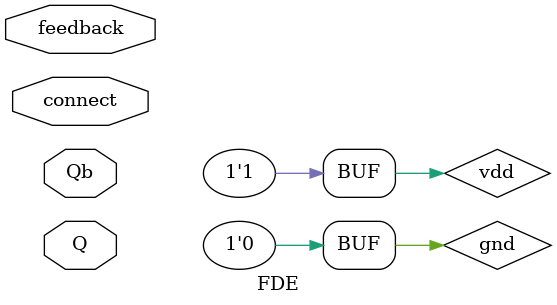
<source format=v>
module FDE (Q,Qb,connect,feedback);
input connect;
input feedback;
input Q;
input Qb;
wire wire1;
wire wire2;

supply0 gnd;
supply1 vdd;

pmos p1(wire1,vdd,feedback);
pmos p2(connect,wire1,Qb);
nmos n1(wire2,gnd,feedback);
nmos n2(connect,wire2,Q);

endmodule
</source>
